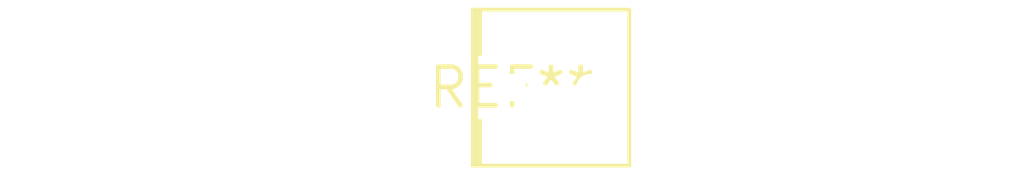
<source format=kicad_pcb>
(kicad_pcb (version 20240108) (generator pcbnew)
  (layers (0 "F.Cu" signal) (31 "B.Cu" signal) (34 "B.Paste" user) (35 "F.Paste" user) (36 "B.SilkS" user "B.Silkscreen") (37 "F.SilkS" user "F.Silkscreen") (38 "B.Mask" user) (39 "F.Mask" user) (44 "Edge.Cuts" user))
  (net 0 "")
  (footprint "LED_Rectangular_W5.0mm_H5.0mm" (layer "F.Cu") (at 0 0)
    (property "Reference" "REF**")
    (property "Value" "LED_Rectangular_W5.0mm_H5.0mm")
    (fp_line (start -1.29 -2.56) (end -1.29 2.56) (layer "F.SilkS") (stroke (width 0.12)))
    (fp_line (start -1.29 -2.56) (end 3.83 -2.56) (layer "F.SilkS") (stroke (width 0.12)))
    (fp_line (start -1.29 2.56) (end 3.83 2.56) (layer "F.SilkS") (stroke (width 0.12)))
    (fp_line (start -1.17 -2.56) (end -1.17 2.56) (layer "F.SilkS") (stroke (width 0.12)))
    (fp_line (start -1.051 -2.56) (end -1.051 -1.08) (layer "F.SilkS") (stroke (width 0.12)))
    (fp_line (start -1.051 1.08) (end -1.051 2.56) (layer "F.SilkS") (stroke (width 0.12)))
    (fp_line (start 3.83 -2.56) (end 3.83 2.56) (layer "F.SilkS") (stroke (width 0.12)))
    (pad "1" thru_hole rect (at 0 0) (size 1.8 1.8) (drill 0.9) (layers *.Cu *.Mask) (remove_unused_layers))
    (pad "2" thru_hole circle (at 2.54 0) (size 1.8 1.8) (drill 0.9) (layers *.Cu *.Mask) (remove_unused_layers))
  )
)
</source>
